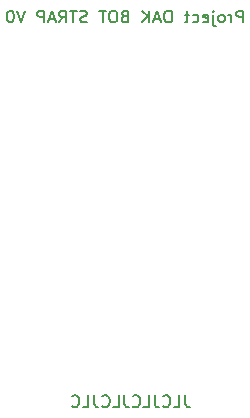
<source format=gbr>
%TF.GenerationSoftware,KiCad,Pcbnew,(5.1.6)-1*%
%TF.CreationDate,2025-07-06T20:52:53+05:30*%
%TF.ProjectId,Project_OAK_BOT_STRAP_V0,50726f6a-6563-4745-9f4f-414b5f424f54,A*%
%TF.SameCoordinates,Original*%
%TF.FileFunction,Legend,Bot*%
%TF.FilePolarity,Positive*%
%FSLAX46Y46*%
G04 Gerber Fmt 4.6, Leading zero omitted, Abs format (unit mm)*
G04 Created by KiCad (PCBNEW (5.1.6)-1) date 2025-07-06 20:52:53*
%MOMM*%
%LPD*%
G01*
G04 APERTURE LIST*
%ADD10C,0.150000*%
%ADD11C,0.160000*%
G04 APERTURE END LIST*
D10*
X75142147Y-110132880D02*
X75142147Y-110847166D01*
X75189766Y-110990023D01*
X75285004Y-111085261D01*
X75427861Y-111132880D01*
X75523100Y-111132880D01*
X74189766Y-111132880D02*
X74665957Y-111132880D01*
X74665957Y-110132880D01*
X73285004Y-111037642D02*
X73332623Y-111085261D01*
X73475480Y-111132880D01*
X73570719Y-111132880D01*
X73713576Y-111085261D01*
X73808814Y-110990023D01*
X73856433Y-110894785D01*
X73904052Y-110704309D01*
X73904052Y-110561452D01*
X73856433Y-110370976D01*
X73808814Y-110275738D01*
X73713576Y-110180500D01*
X73570719Y-110132880D01*
X73475480Y-110132880D01*
X73332623Y-110180500D01*
X73285004Y-110228119D01*
X72570719Y-110132880D02*
X72570719Y-110847166D01*
X72618338Y-110990023D01*
X72713576Y-111085261D01*
X72856433Y-111132880D01*
X72951671Y-111132880D01*
X71618338Y-111132880D02*
X72094528Y-111132880D01*
X72094528Y-110132880D01*
X70713576Y-111037642D02*
X70761195Y-111085261D01*
X70904052Y-111132880D01*
X70999290Y-111132880D01*
X71142147Y-111085261D01*
X71237385Y-110990023D01*
X71285004Y-110894785D01*
X71332623Y-110704309D01*
X71332623Y-110561452D01*
X71285004Y-110370976D01*
X71237385Y-110275738D01*
X71142147Y-110180500D01*
X70999290Y-110132880D01*
X70904052Y-110132880D01*
X70761195Y-110180500D01*
X70713576Y-110228119D01*
X69999290Y-110132880D02*
X69999290Y-110847166D01*
X70046909Y-110990023D01*
X70142147Y-111085261D01*
X70285004Y-111132880D01*
X70380242Y-111132880D01*
X69046909Y-111132880D02*
X69523100Y-111132880D01*
X69523100Y-110132880D01*
X68142147Y-111037642D02*
X68189766Y-111085261D01*
X68332623Y-111132880D01*
X68427861Y-111132880D01*
X68570719Y-111085261D01*
X68665957Y-110990023D01*
X68713576Y-110894785D01*
X68761195Y-110704309D01*
X68761195Y-110561452D01*
X68713576Y-110370976D01*
X68665957Y-110275738D01*
X68570719Y-110180500D01*
X68427861Y-110132880D01*
X68332623Y-110132880D01*
X68189766Y-110180500D01*
X68142147Y-110228119D01*
X67427861Y-110132880D02*
X67427861Y-110847166D01*
X67475480Y-110990023D01*
X67570719Y-111085261D01*
X67713576Y-111132880D01*
X67808814Y-111132880D01*
X66475480Y-111132880D02*
X66951671Y-111132880D01*
X66951671Y-110132880D01*
X65570719Y-111037642D02*
X65618338Y-111085261D01*
X65761195Y-111132880D01*
X65856433Y-111132880D01*
X65999290Y-111085261D01*
X66094528Y-110990023D01*
X66142147Y-110894785D01*
X66189766Y-110704309D01*
X66189766Y-110561452D01*
X66142147Y-110370976D01*
X66094528Y-110275738D01*
X65999290Y-110180500D01*
X65856433Y-110132880D01*
X65761195Y-110132880D01*
X65618338Y-110180500D01*
X65570719Y-110228119D01*
D11*
X80054790Y-78557380D02*
X80054790Y-77557380D01*
X79673838Y-77557380D01*
X79578600Y-77605000D01*
X79530980Y-77652619D01*
X79483361Y-77747857D01*
X79483361Y-77890714D01*
X79530980Y-77985952D01*
X79578600Y-78033571D01*
X79673838Y-78081190D01*
X80054790Y-78081190D01*
X79054790Y-78557380D02*
X79054790Y-77890714D01*
X79054790Y-78081190D02*
X79007171Y-77985952D01*
X78959552Y-77938333D01*
X78864314Y-77890714D01*
X78769076Y-77890714D01*
X78292885Y-78557380D02*
X78388123Y-78509761D01*
X78435742Y-78462142D01*
X78483361Y-78366904D01*
X78483361Y-78081190D01*
X78435742Y-77985952D01*
X78388123Y-77938333D01*
X78292885Y-77890714D01*
X78150028Y-77890714D01*
X78054790Y-77938333D01*
X78007171Y-77985952D01*
X77959552Y-78081190D01*
X77959552Y-78366904D01*
X78007171Y-78462142D01*
X78054790Y-78509761D01*
X78150028Y-78557380D01*
X78292885Y-78557380D01*
X77530980Y-77890714D02*
X77530980Y-78747857D01*
X77578600Y-78843095D01*
X77673838Y-78890714D01*
X77721457Y-78890714D01*
X77530980Y-77557380D02*
X77578600Y-77605000D01*
X77530980Y-77652619D01*
X77483361Y-77605000D01*
X77530980Y-77557380D01*
X77530980Y-77652619D01*
X76673838Y-78509761D02*
X76769076Y-78557380D01*
X76959552Y-78557380D01*
X77054790Y-78509761D01*
X77102409Y-78414523D01*
X77102409Y-78033571D01*
X77054790Y-77938333D01*
X76959552Y-77890714D01*
X76769076Y-77890714D01*
X76673838Y-77938333D01*
X76626219Y-78033571D01*
X76626219Y-78128809D01*
X77102409Y-78224047D01*
X75769076Y-78509761D02*
X75864314Y-78557380D01*
X76054790Y-78557380D01*
X76150028Y-78509761D01*
X76197647Y-78462142D01*
X76245266Y-78366904D01*
X76245266Y-78081190D01*
X76197647Y-77985952D01*
X76150028Y-77938333D01*
X76054790Y-77890714D01*
X75864314Y-77890714D01*
X75769076Y-77938333D01*
X75483361Y-77890714D02*
X75102409Y-77890714D01*
X75340504Y-77557380D02*
X75340504Y-78414523D01*
X75292885Y-78509761D01*
X75197647Y-78557380D01*
X75102409Y-78557380D01*
X73816695Y-77557380D02*
X73626219Y-77557380D01*
X73530980Y-77605000D01*
X73435742Y-77700238D01*
X73388123Y-77890714D01*
X73388123Y-78224047D01*
X73435742Y-78414523D01*
X73530980Y-78509761D01*
X73626219Y-78557380D01*
X73816695Y-78557380D01*
X73911933Y-78509761D01*
X74007171Y-78414523D01*
X74054790Y-78224047D01*
X74054790Y-77890714D01*
X74007171Y-77700238D01*
X73911933Y-77605000D01*
X73816695Y-77557380D01*
X73007171Y-78271666D02*
X72530980Y-78271666D01*
X73102409Y-78557380D02*
X72769076Y-77557380D01*
X72435742Y-78557380D01*
X72102409Y-78557380D02*
X72102409Y-77557380D01*
X71530980Y-78557380D02*
X71959552Y-77985952D01*
X71530980Y-77557380D02*
X72102409Y-78128809D01*
X70007171Y-78033571D02*
X69864314Y-78081190D01*
X69816695Y-78128809D01*
X69769076Y-78224047D01*
X69769076Y-78366904D01*
X69816695Y-78462142D01*
X69864314Y-78509761D01*
X69959552Y-78557380D01*
X70340504Y-78557380D01*
X70340504Y-77557380D01*
X70007171Y-77557380D01*
X69911933Y-77605000D01*
X69864314Y-77652619D01*
X69816695Y-77747857D01*
X69816695Y-77843095D01*
X69864314Y-77938333D01*
X69911933Y-77985952D01*
X70007171Y-78033571D01*
X70340504Y-78033571D01*
X69150028Y-77557380D02*
X68959552Y-77557380D01*
X68864314Y-77605000D01*
X68769076Y-77700238D01*
X68721457Y-77890714D01*
X68721457Y-78224047D01*
X68769076Y-78414523D01*
X68864314Y-78509761D01*
X68959552Y-78557380D01*
X69150028Y-78557380D01*
X69245266Y-78509761D01*
X69340504Y-78414523D01*
X69388123Y-78224047D01*
X69388123Y-77890714D01*
X69340504Y-77700238D01*
X69245266Y-77605000D01*
X69150028Y-77557380D01*
X68435742Y-77557380D02*
X67864314Y-77557380D01*
X68150028Y-78557380D02*
X68150028Y-77557380D01*
X66816695Y-78509761D02*
X66673838Y-78557380D01*
X66435742Y-78557380D01*
X66340504Y-78509761D01*
X66292885Y-78462142D01*
X66245266Y-78366904D01*
X66245266Y-78271666D01*
X66292885Y-78176428D01*
X66340504Y-78128809D01*
X66435742Y-78081190D01*
X66626219Y-78033571D01*
X66721457Y-77985952D01*
X66769076Y-77938333D01*
X66816695Y-77843095D01*
X66816695Y-77747857D01*
X66769076Y-77652619D01*
X66721457Y-77605000D01*
X66626219Y-77557380D01*
X66388123Y-77557380D01*
X66245266Y-77605000D01*
X65959552Y-77557380D02*
X65388123Y-77557380D01*
X65673838Y-78557380D02*
X65673838Y-77557380D01*
X64483361Y-78557380D02*
X64816695Y-78081190D01*
X65054790Y-78557380D02*
X65054790Y-77557380D01*
X64673838Y-77557380D01*
X64578600Y-77605000D01*
X64530980Y-77652619D01*
X64483361Y-77747857D01*
X64483361Y-77890714D01*
X64530980Y-77985952D01*
X64578600Y-78033571D01*
X64673838Y-78081190D01*
X65054790Y-78081190D01*
X64102409Y-78271666D02*
X63626219Y-78271666D01*
X64197647Y-78557380D02*
X63864314Y-77557380D01*
X63530980Y-78557380D01*
X63197647Y-78557380D02*
X63197647Y-77557380D01*
X62816695Y-77557380D01*
X62721457Y-77605000D01*
X62673838Y-77652619D01*
X62626219Y-77747857D01*
X62626219Y-77890714D01*
X62673838Y-77985952D01*
X62721457Y-78033571D01*
X62816695Y-78081190D01*
X63197647Y-78081190D01*
X61578600Y-77557380D02*
X61245266Y-78557380D01*
X60911933Y-77557380D01*
X60388123Y-77557380D02*
X60292885Y-77557380D01*
X60197647Y-77605000D01*
X60150028Y-77652619D01*
X60102409Y-77747857D01*
X60054790Y-77938333D01*
X60054790Y-78176428D01*
X60102409Y-78366904D01*
X60150028Y-78462142D01*
X60197647Y-78509761D01*
X60292885Y-78557380D01*
X60388123Y-78557380D01*
X60483361Y-78509761D01*
X60530980Y-78462142D01*
X60578600Y-78366904D01*
X60626219Y-78176428D01*
X60626219Y-77938333D01*
X60578600Y-77747857D01*
X60530980Y-77652619D01*
X60483361Y-77605000D01*
X60388123Y-77557380D01*
M02*

</source>
